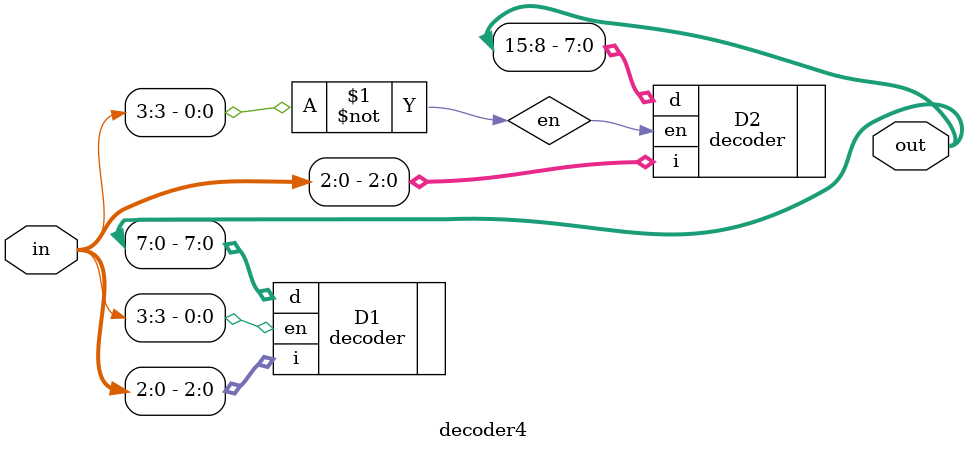
<source format=v>
`timescale 1ns / 1ps
module decoder4(
    input [3:0] in,
    output [15:0] out
    );

	wire en = ~in[3];
	
	decoder D1(.i(in[2:0]), .en(in[3]), .d(out[7:0]));
	decoder D2(.i(in[2:0]), .en(en), .d(out[15:8]));
endmodule

</source>
